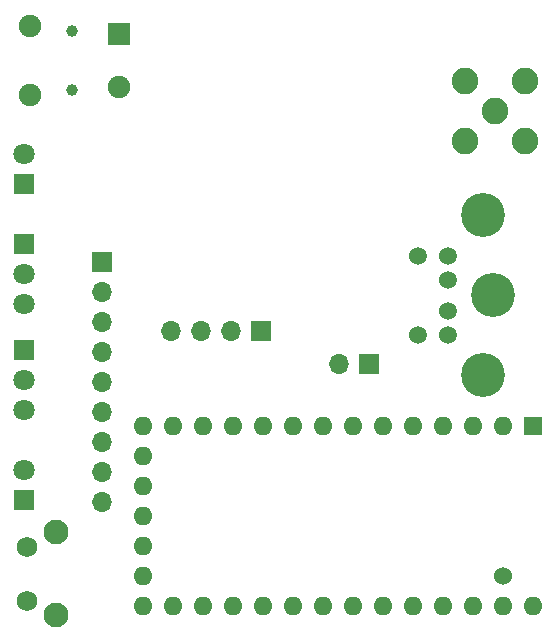
<source format=gbr>
%TF.GenerationSoftware,KiCad,Pcbnew,7.0.5*%
%TF.CreationDate,2023-07-30T11:04:12+02:00*%
%TF.ProjectId,TeensyRPR,5465656e-7379-4525-9052-2e6b69636164,rev?*%
%TF.SameCoordinates,Original*%
%TF.FileFunction,Soldermask,Bot*%
%TF.FilePolarity,Negative*%
%FSLAX46Y46*%
G04 Gerber Fmt 4.6, Leading zero omitted, Abs format (unit mm)*
G04 Created by KiCad (PCBNEW 7.0.5) date 2023-07-30 11:04:12*
%MOMM*%
%LPD*%
G01*
G04 APERTURE LIST*
%ADD10C,1.521460*%
%ADD11C,3.721100*%
%ADD12R,1.700000X1.700000*%
%ADD13O,1.700000X1.700000*%
%ADD14R,1.600000X1.600000*%
%ADD15O,1.600000X1.600000*%
%ADD16C,1.524000*%
%ADD17C,2.250000*%
%ADD18R,1.800000X1.800000*%
%ADD19C,1.800000*%
%ADD20C,2.100000*%
%ADD21C,1.750000*%
%ADD22C,1.000000*%
%ADD23R,1.900000X1.900000*%
%ADD24C,1.900000*%
G04 APERTURE END LIST*
D10*
%TO.C,J2*%
X173288640Y-114080260D03*
X173288640Y-116681220D03*
X173288640Y-112030480D03*
X173288640Y-118731000D03*
X170796900Y-112030480D03*
X170796900Y-118731000D03*
D11*
X176288380Y-108621800D03*
X177098640Y-115380740D03*
X176288380Y-122139680D03*
%TD*%
D12*
%TO.C,J6*%
X144018000Y-112522000D03*
D13*
X144018000Y-115062000D03*
X144018000Y-117602000D03*
X144018000Y-120142000D03*
X144018000Y-122682000D03*
X144018000Y-125222000D03*
X144018000Y-127762000D03*
X144018000Y-130302000D03*
X144018000Y-132842000D03*
%TD*%
D14*
%TO.C,U4*%
X180499499Y-126473501D03*
D15*
X177959499Y-126473501D03*
X175419499Y-126473501D03*
X172879499Y-126473501D03*
X170339499Y-126473501D03*
X167799499Y-126473501D03*
X165259499Y-126473501D03*
X162719499Y-126473501D03*
X160179499Y-126473501D03*
X157639499Y-126473501D03*
X155099499Y-126473501D03*
X152559499Y-126473501D03*
X150019499Y-126473501D03*
X147479499Y-126473501D03*
X147479499Y-141713501D03*
X150019499Y-141713501D03*
X152559499Y-141713501D03*
X155099499Y-141713501D03*
X157639499Y-141713501D03*
X160179499Y-141713501D03*
X162719499Y-141713501D03*
X165259499Y-141713501D03*
X167799499Y-141713501D03*
X170339499Y-141713501D03*
X172879499Y-141713501D03*
X175419499Y-141713501D03*
X177959499Y-141713501D03*
X180499499Y-141713501D03*
D16*
X177959499Y-139173501D03*
D15*
X147479499Y-129013501D03*
X147479499Y-131553501D03*
X147479499Y-134093501D03*
X147479499Y-136633501D03*
X147479499Y-139173501D03*
%TD*%
D17*
%TO.C,J5*%
X177312000Y-99808000D03*
X179852000Y-97268000D03*
X174772000Y-97268000D03*
X179852000Y-102348000D03*
X174772000Y-102348000D03*
%TD*%
D18*
%TO.C,D2*%
X137400000Y-111000000D03*
D19*
X137400000Y-113540000D03*
X137400000Y-116080000D03*
%TD*%
D18*
%TO.C,D3*%
X137414000Y-120000000D03*
D19*
X137414000Y-122540000D03*
X137414000Y-125080000D03*
%TD*%
D18*
%TO.C,D4*%
X137414000Y-105918000D03*
D19*
X137414000Y-103378000D03*
%TD*%
D18*
%TO.C,D5*%
X137414000Y-132750000D03*
D19*
X137414000Y-130210000D03*
%TD*%
D20*
%TO.C,SW1*%
X140158000Y-142474000D03*
X140158000Y-135464000D03*
D21*
X137668000Y-141224000D03*
X137668000Y-136724000D03*
%TD*%
D22*
%TO.C,J1*%
X141438000Y-93004000D03*
X141438000Y-98004000D03*
D23*
X145438000Y-93254000D03*
D24*
X145438000Y-97754000D03*
X137938000Y-92604000D03*
X137938000Y-98404000D03*
%TD*%
D12*
%TO.C,J4*%
X166624000Y-121158000D03*
D13*
X164084000Y-121158000D03*
%TD*%
D12*
%TO.C,J3*%
X157470000Y-118364000D03*
D13*
X154930000Y-118364000D03*
X152390000Y-118364000D03*
X149850000Y-118364000D03*
%TD*%
M02*

</source>
